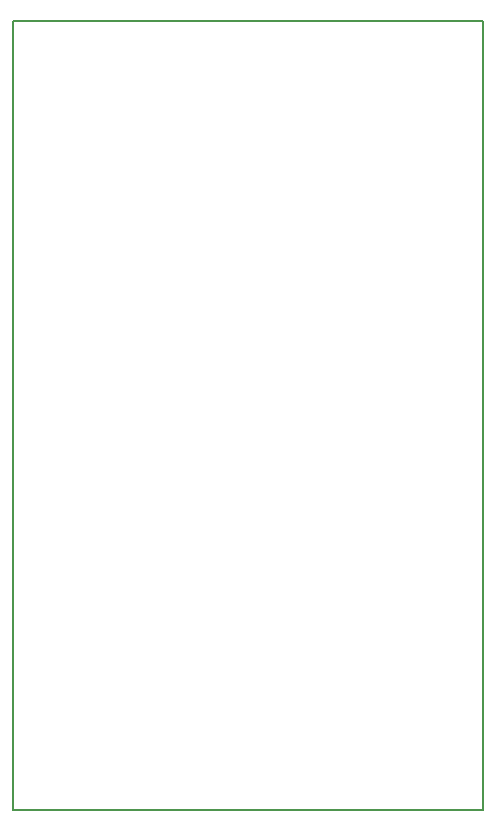
<source format=gm1>
G04 MADE WITH FRITZING*
G04 WWW.FRITZING.ORG*
G04 DOUBLE SIDED*
G04 HOLES PLATED*
G04 CONTOUR ON CENTER OF CONTOUR VECTOR*
%ASAXBY*%
%FSLAX23Y23*%
%MOIN*%
%OFA0B0*%
%SFA1.0B1.0*%
%ADD10R,1.572610X2.639060*%
%ADD11C,0.008000*%
%ADD10C,0.008*%
%LNCONTOUR*%
G90*
G70*
G54D10*
G54D11*
X4Y2635D02*
X1569Y2635D01*
X1569Y4D01*
X4Y4D01*
X4Y2635D01*
D02*
G04 End of contour*
M02*
</source>
